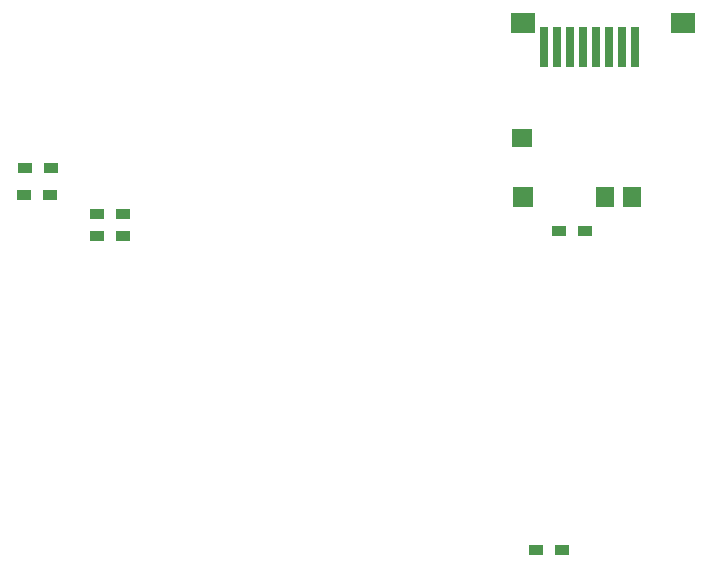
<source format=gbp>
G04 #@! TF.FileFunction,Paste,Bot*
%FSLAX46Y46*%
G04 Gerber Fmt 4.6, Leading zero omitted, Abs format (unit mm)*
G04 Created by KiCad (PCBNEW 4.0.0-rc1-stable) date 01/12/2015 21:12:57*
%MOMM*%
G01*
G04 APERTURE LIST*
%ADD10C,0.100000*%
%ADD11R,1.200000X0.900000*%
%ADD12R,0.800000X3.500000*%
%ADD13R,2.000000X1.700000*%
%ADD14R,1.750000X1.500000*%
%ADD15R,1.800000X1.750000*%
%ADD16R,1.500000X1.750000*%
G04 APERTURE END LIST*
D10*
D11*
X176250000Y-121100000D03*
X174050000Y-121100000D03*
X130736160Y-91041220D03*
X132936160Y-91041220D03*
X130792040Y-88750140D03*
X132992040Y-88750140D03*
X178265000Y-94107000D03*
X176065000Y-94107000D03*
X139100000Y-92650000D03*
X136900000Y-92650000D03*
X136900000Y-94520000D03*
X139100000Y-94520000D03*
D12*
X182465960Y-78467040D03*
X181365960Y-78467040D03*
X180265960Y-78467040D03*
X179165960Y-78467040D03*
X178065960Y-78467040D03*
X176965960Y-78467040D03*
X175865960Y-78467040D03*
X174765960Y-78467040D03*
D13*
X173015960Y-76467040D03*
X186515960Y-76467040D03*
D14*
X172890960Y-86217040D03*
D15*
X173015960Y-91242040D03*
D16*
X182215960Y-91242040D03*
X179915960Y-91242040D03*
M02*

</source>
